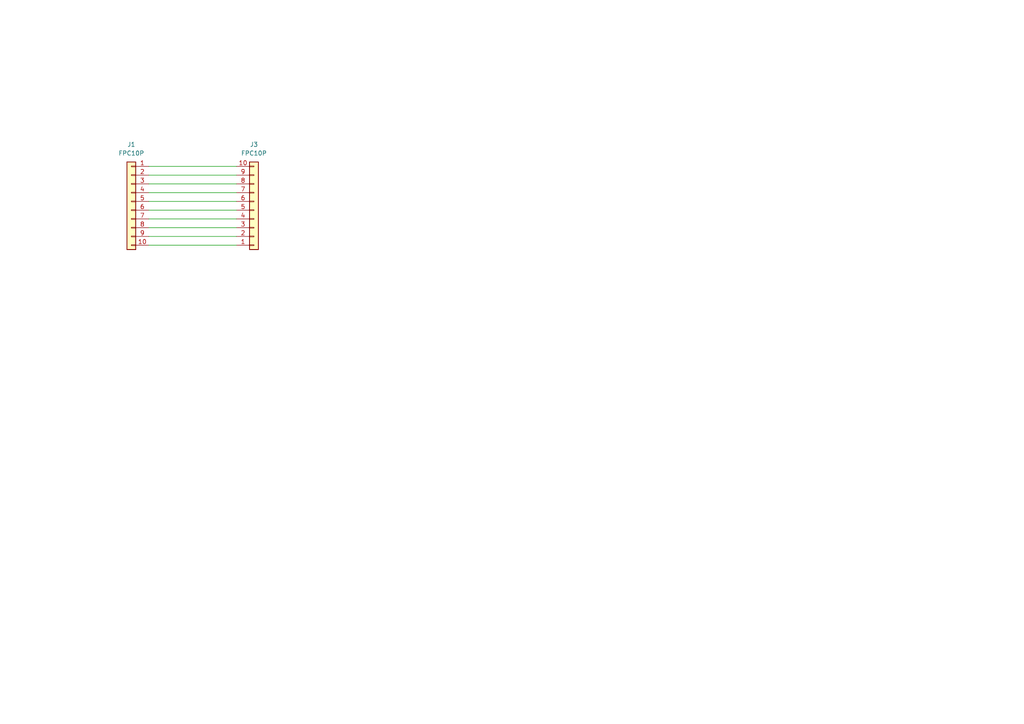
<source format=kicad_sch>
(kicad_sch (version 20231120) (generator "eeschema") (generator_version "8.0")
  (paper "A4")
  (title_block (title "Adaptor_FPC10P") (date "2025-05-05") (rev "1.0") (company "NTURacing Team") (comment 1 "Jack Kuo"))
  (lib_symbols
    (symbol "Connector_Generic:Conn_01x10" (pin_names (offset 1.016) hide)
      (property "Reference" "J" (at 0 12.7 0))
      (property "Value" "Conn_01x10" (at 0 -15.24 0))
      (symbol "Conn_01x10_1_1"
        (rectangle (start -1.27 -12.573) (end 0 -12.827) (stroke (width 0.1524)))
        (rectangle (start -1.27 -10.033) (end 0 -10.287) (stroke (width 0.1524)))
        (rectangle (start -1.27 -7.493) (end 0 -7.747) (stroke (width 0.1524)))
        (rectangle (start -1.27 -4.953) (end 0 -5.207) (stroke (width 0.1524)))
        (rectangle (start -1.27 -2.413) (end 0 -2.667) (stroke (width 0.1524)))
        (rectangle (start -1.27 0.127) (end 0 -0.127) (stroke (width 0.1524)))
        (rectangle (start -1.27 2.667) (end 0 2.413) (stroke (width 0.1524)))
        (rectangle (start -1.27 5.207) (end 0 4.953) (stroke (width 0.1524)))
        (rectangle (start -1.27 7.747) (end 0 7.493) (stroke (width 0.1524)))
        (rectangle (start -1.27 10.287) (end 0 10.033) (stroke (width 0.1524)))
        (rectangle (start -1.27 11.43) (end 1.27 -13.97) (stroke (width 0.254)) (fill (type background)))
        (pin passive line (at -5.08 10.16 0) (length 3.81) (name "Pin_1") (number "1"))
        (pin passive line (at -5.08 -12.7 0) (length 3.81) (name "Pin_10") (number "10"))
        (pin passive line (at -5.08 7.62 0) (length 3.81) (name "Pin_2") (number "2"))
        (pin passive line (at -5.08 5.08 0) (length 3.81) (name "Pin_3") (number "3"))
        (pin passive line (at -5.08 2.54 0) (length 3.81) (name "Pin_4") (number "4"))
        (pin passive line (at -5.08 0 0) (length 3.81) (name "Pin_5") (number "5"))
        (pin passive line (at -5.08 -2.54 0) (length 3.81) (name "Pin_6") (number "6"))
        (pin passive line (at -5.08 -5.08 0) (length 3.81) (name "Pin_7") (number "7"))
        (pin passive line (at -5.08 -7.62 0) (length 3.81) (name "Pin_8") (number "8"))
        (pin passive line (at -5.08 -10.16 0) (length 3.81) (name "Pin_9") (number "9"))
      )
    )
  )
  (wire (pts (xy 43.18 50.8) (xy 68.58 50.8)))
  (wire (pts (xy 43.18 53.34) (xy 68.58 53.34)))
  (wire (pts (xy 43.18 68.58) (xy 68.58 68.58)))
  (wire (pts (xy 43.18 48.26) (xy 68.58 48.26)))
  (wire (pts (xy 43.18 66.04) (xy 68.58 66.04)))
  (wire (pts (xy 43.18 63.5) (xy 68.58 63.5)))
  (wire (pts (xy 43.18 60.96) (xy 68.58 60.96)))
  (wire (pts (xy 43.18 55.88) (xy 68.58 55.88)))
  (wire (pts (xy 43.18 71.12) (xy 68.58 71.12)))
  (wire (pts (xy 43.18 58.42) (xy 68.58 58.42)))
  (symbol (lib_id "Connector_Generic:Conn_01x10") (at 38.1 58.42 0) (mirror y) (unit 1)
    (property "Reference" "J1" (at 38.1 41.91 0))
    (property "Value" "FPC10P" (at 38.1 44.45 0))
    (property "Footprint" "Connector_FFC-FPC:Hirose_FH12-10S-0.5SH_1x10-1MP_P0.50mm_Horizontal" (effects (hide yes)))
    (property "Description" "Generic connector, single row, 01x10, script generated (kicad-library-utils/schlib/autogen/connector/)" (effects (hide yes)))
  )
  (symbol (lib_id "Connector_Generic:Conn_01x10") (at 73.66 60.96 0) (mirror x) (unit 1)
    (property "Reference" "J3" (at 73.66 41.91 0))
    (property "Value" "FPC10P" (at 73.66 44.45 0))
    (property "Footprint" "Connector_FFC-FPC:Hirose_FH12-10S-0.5SH_1x10-1MP_P0.50mm_Horizontal" (effects (hide yes)))
    (property "Description" "Generic connector, single row, 01x10, script generated (kicad-library-utils/schlib/autogen/connector/)" (effects (hide yes)))
  )
)
</source>
